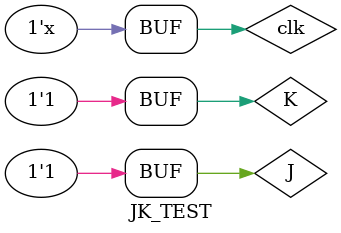
<source format=v>
`timescale 1ns / 1ps


module JK_TEST;

	// Inputs
	reg J;
	reg K;
	reg clk;

	// Outputs
	wire Q;
	wire Qbar;

	// Instantiate the Unit Under Test (UUT)
	JK_FF uut (
		.J(J), 
		.K(K), 
		.clk(clk), 
		.Q(Q), 
		.Qbar(Qbar)
	);

	initial begin
		// Initialize Inputs
		J = 0;
		K = 0;
		clk = 0;

		// Wait 100 ns for global reset to finish
		#100;
        
		// Add stimulus here

	end
	
	always #10 clk=~clk;
	
	initial begin
		// Initialize Inputs
		J = 0;
		K = 0;
		

		// Wait 100 ns for global reset to finish
		#100;
		J = 0;
		K = 1;
		

		// Wait 100 ns for global reset to finish
		#100;
		J = 1;
		K = 0;
		

		// Wait 100 ns for global reset to finish
		#100;
		J = 0;
		K = 0;
		

		// Wait 100 ns for global reset to finish
		#100;
		J = 1;
		K = 1;
		

		// Wait 100 ns for global reset to finish
		#100;
        
		// Add stimulus here

	end
      
endmodule


</source>
